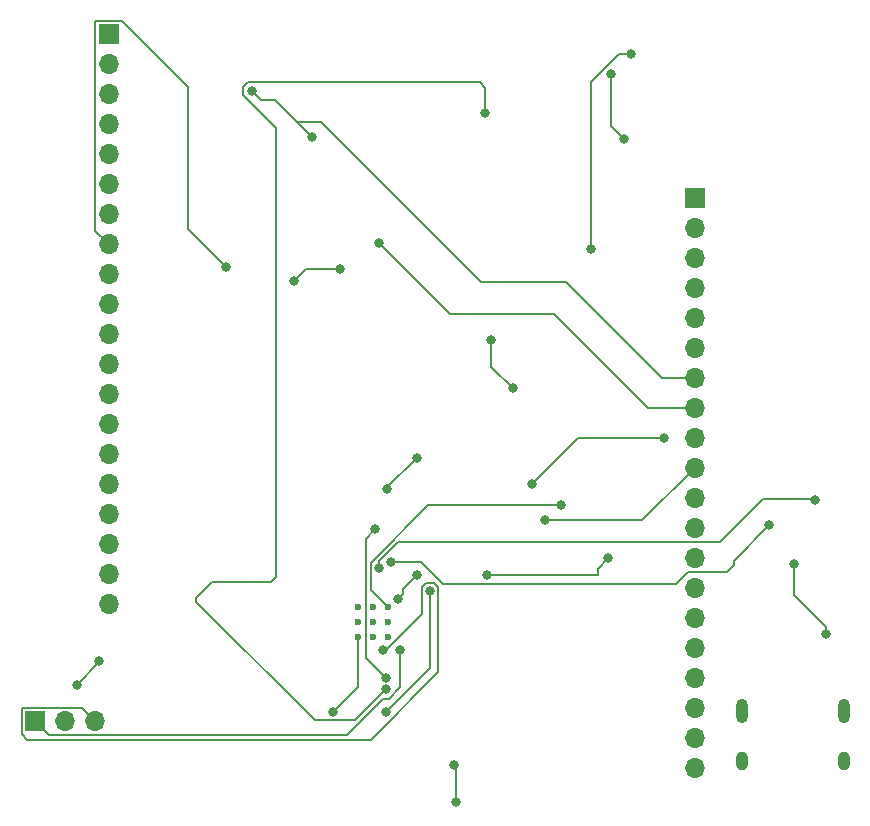
<source format=gbl>
%TF.GenerationSoftware,KiCad,Pcbnew,(5.1.12)-1*%
%TF.CreationDate,2026-01-09T19:54:51+05:30*%
%TF.ProjectId,Aniket_Board,416e696b-6574-45f4-926f-6172642e6b69,rev?*%
%TF.SameCoordinates,Original*%
%TF.FileFunction,Copper,L2,Bot*%
%TF.FilePolarity,Positive*%
%FSLAX46Y46*%
G04 Gerber Fmt 4.6, Leading zero omitted, Abs format (unit mm)*
G04 Created by KiCad (PCBNEW (5.1.12)-1) date 2026-01-09 19:54:51*
%MOMM*%
%LPD*%
G01*
G04 APERTURE LIST*
%TA.AperFunction,ComponentPad*%
%ADD10C,0.600000*%
%TD*%
%TA.AperFunction,ComponentPad*%
%ADD11R,1.700000X1.700000*%
%TD*%
%TA.AperFunction,ComponentPad*%
%ADD12O,1.700000X1.700000*%
%TD*%
%TA.AperFunction,ComponentPad*%
%ADD13O,1.000000X2.100000*%
%TD*%
%TA.AperFunction,ComponentPad*%
%ADD14O,1.000000X1.600000*%
%TD*%
%TA.AperFunction,ViaPad*%
%ADD15C,0.800000*%
%TD*%
%TA.AperFunction,Conductor*%
%ADD16C,0.200000*%
%TD*%
G04 APERTURE END LIST*
D10*
%TO.P,U1,57*%
%TO.N,GND*%
X139395000Y-114525000D03*
X140670000Y-114525000D03*
X141945000Y-114525000D03*
X139395000Y-115800000D03*
X140670000Y-115800000D03*
X141945000Y-115800000D03*
X139395000Y-117075000D03*
X140670000Y-117075000D03*
X141945000Y-117075000D03*
%TD*%
D11*
%TO.P,J4,1*%
%TO.N,/SWD*%
X112100000Y-124200000D03*
D12*
%TO.P,J4,2*%
%TO.N,GND*%
X114640000Y-124200000D03*
%TO.P,J4,3*%
%TO.N,/SWCLK*%
X117180000Y-124200000D03*
%TD*%
%TO.P,J3,20*%
%TO.N,/GPIO16*%
X167900000Y-128180000D03*
%TO.P,J3,19*%
%TO.N,/GPIO17*%
X167900000Y-125640000D03*
%TO.P,J3,18*%
%TO.N,/+5v*%
X167900000Y-123100000D03*
%TO.P,J3,17*%
%TO.N,/GPIO18*%
X167900000Y-120560000D03*
%TO.P,J3,16*%
%TO.N,/GPIO19*%
X167900000Y-118020000D03*
%TO.P,J3,15*%
%TO.N,/GPIO20*%
X167900000Y-115480000D03*
%TO.P,J3,14*%
%TO.N,/GPIO21*%
X167900000Y-112940000D03*
%TO.P,J3,13*%
%TO.N,/+5v*%
X167900000Y-110400000D03*
%TO.P,J3,12*%
%TO.N,/GPIO22*%
X167900000Y-107860000D03*
%TO.P,J3,11*%
%TO.N,/GPIO26*%
X167900000Y-105320000D03*
%TO.P,J3,10*%
%TO.N,/GPIO27*%
X167900000Y-102780000D03*
%TO.P,J3,9*%
%TO.N,/GPIO28*%
X167900000Y-100240000D03*
%TO.P,J3,8*%
%TO.N,/+5v*%
X167900000Y-97700000D03*
%TO.P,J3,7*%
%TO.N,/+3.3v*%
X167900000Y-95160000D03*
%TO.P,J3,6*%
%TO.N,/+5v*%
X167900000Y-92620000D03*
%TO.P,J3,5*%
%TO.N,/+3.3v*%
X167900000Y-90080000D03*
%TO.P,J3,4*%
%TO.N,Net-(J3-Pad4)*%
X167900000Y-87540000D03*
%TO.P,J3,3*%
%TO.N,Net-(J3-Pad3)*%
X167900000Y-85000000D03*
%TO.P,J3,2*%
%TO.N,Net-(J3-Pad2)*%
X167900000Y-82460000D03*
D11*
%TO.P,J3,1*%
%TO.N,Net-(J3-Pad1)*%
X167900000Y-79920000D03*
%TD*%
D12*
%TO.P,J2,20*%
%TO.N,/GPIO15*%
X118300000Y-114300000D03*
%TO.P,J2,19*%
%TO.N,/GPIO14*%
X118300000Y-111760000D03*
%TO.P,J2,18*%
%TO.N,GND*%
X118300000Y-109220000D03*
%TO.P,J2,17*%
%TO.N,/GPIO13*%
X118300000Y-106680000D03*
%TO.P,J2,16*%
%TO.N,/GPIO12*%
X118300000Y-104140000D03*
%TO.P,J2,15*%
%TO.N,/GPIO11*%
X118300000Y-101600000D03*
%TO.P,J2,14*%
%TO.N,/GPIO10*%
X118300000Y-99060000D03*
%TO.P,J2,13*%
%TO.N,GND*%
X118300000Y-96520000D03*
%TO.P,J2,12*%
%TO.N,/GPIO9*%
X118300000Y-93980000D03*
%TO.P,J2,11*%
%TO.N,/GPIO8*%
X118300000Y-91440000D03*
%TO.P,J2,10*%
%TO.N,/GPIO7*%
X118300000Y-88900000D03*
%TO.P,J2,9*%
%TO.N,/GPIO6*%
X118300000Y-86360000D03*
%TO.P,J2,8*%
%TO.N,GND*%
X118300000Y-83820000D03*
%TO.P,J2,7*%
%TO.N,/GPIO5*%
X118300000Y-81280000D03*
%TO.P,J2,6*%
%TO.N,/GPIO4*%
X118300000Y-78740000D03*
%TO.P,J2,5*%
%TO.N,/GPIO3*%
X118300000Y-76200000D03*
%TO.P,J2,4*%
%TO.N,/GPIO2*%
X118300000Y-73660000D03*
%TO.P,J2,3*%
%TO.N,GND*%
X118300000Y-71120000D03*
%TO.P,J2,2*%
%TO.N,/GPIO1*%
X118300000Y-68580000D03*
D11*
%TO.P,J2,1*%
%TO.N,/GPIO0*%
X118300000Y-66040000D03*
%TD*%
D13*
%TO.P,J1,S1*%
%TO.N,GND*%
X180520000Y-123370000D03*
X171880000Y-123370000D03*
D14*
X171880000Y-127550000D03*
X180520000Y-127550000D03*
%TD*%
D15*
%TO.N,GND*%
X147700000Y-131000000D03*
X147500000Y-127900000D03*
X137300000Y-123400000D03*
X128200000Y-85700000D03*
X134000000Y-86900000D03*
X137900000Y-85900000D03*
X156600000Y-105900000D03*
X115600000Y-121100000D03*
X117500000Y-119100000D03*
%TO.N,Net-(R1-Pad2)*%
X141170000Y-111200000D03*
X178100000Y-105500000D03*
%TO.N,Net-(R2-Pad2)*%
X142200000Y-110700000D03*
X174200000Y-107600000D03*
%TO.N,/+5v*%
X141200000Y-83700000D03*
%TO.N,/+3.3v*%
X135500000Y-74700000D03*
X130400000Y-70800000D03*
%TO.N,/XIN*%
X141800000Y-123400000D03*
X145500000Y-113200000D03*
X152500000Y-96000000D03*
X150700000Y-91900000D03*
%TO.N,/XOUT*%
X141770000Y-121500003D03*
X150200000Y-72700000D03*
%TO.N,Net-(C5-Pad1)*%
X141770000Y-120500000D03*
X140850000Y-107950000D03*
X162500000Y-67700000D03*
X159100000Y-84200000D03*
X144400000Y-101900000D03*
X141900000Y-104500000D03*
%TO.N,Net-(D1-Pad2)*%
X161900000Y-74900000D03*
X160800000Y-69400000D03*
%TO.N,/D-*%
X176300000Y-110900000D03*
X179000000Y-116800000D03*
%TO.N,/GPIO26*%
X150299990Y-111800000D03*
X160600000Y-110400000D03*
%TO.N,/GPIO27*%
X155200000Y-107200000D03*
%TO.N,/GPIO28*%
X144422460Y-111798374D03*
X154100000Y-104100000D03*
X165300000Y-100200000D03*
X142826833Y-113811379D03*
%TO.N,/SWCLK*%
X141553536Y-118157490D03*
%TO.N,/SWD*%
X143000000Y-118200000D03*
%TD*%
D16*
%TO.N,GND*%
X147700000Y-128100000D02*
X147500000Y-127900000D01*
X147700000Y-131000000D02*
X147700000Y-128100000D01*
X139395000Y-121305000D02*
X139395000Y-117075000D01*
X137300000Y-123400000D02*
X139395000Y-121305000D01*
X119390001Y-64889999D02*
X125000000Y-70499998D01*
X117209999Y-64889999D02*
X119390001Y-64889999D01*
X117149999Y-64949999D02*
X117209999Y-64889999D01*
X117149999Y-82669999D02*
X117149999Y-64949999D01*
X118300000Y-83820000D02*
X117149999Y-82669999D01*
X125000000Y-82500000D02*
X128200000Y-85700000D01*
X125000000Y-70499998D02*
X125000000Y-82500000D01*
X135000000Y-85900000D02*
X137200000Y-85900000D01*
X134000000Y-86900000D02*
X135000000Y-85900000D01*
X137200000Y-85900000D02*
X137900000Y-85900000D01*
X145338616Y-105900000D02*
X156600000Y-105900000D01*
X140469999Y-110768617D02*
X145338616Y-105900000D01*
X140469999Y-113049999D02*
X140469999Y-110768617D01*
X141945000Y-114525000D02*
X140469999Y-113049999D01*
X117500000Y-119200000D02*
X117500000Y-119100000D01*
X115600000Y-121100000D02*
X117500000Y-119200000D01*
%TO.N,Net-(R1-Pad2)*%
X142794314Y-109010001D02*
X170089999Y-109010001D01*
X141170000Y-110634315D02*
X142794314Y-109010001D01*
X141170000Y-111200000D02*
X141170000Y-110634315D01*
X170089999Y-109010001D02*
X173700000Y-105400000D01*
X178000000Y-105400000D02*
X178100000Y-105500000D01*
X173700000Y-105400000D02*
X178000000Y-105400000D01*
%TO.N,Net-(R2-Pad2)*%
X142200000Y-110700000D02*
X144700000Y-110700000D01*
X144700000Y-110700000D02*
X146600000Y-112600000D01*
X167349999Y-111550001D02*
X170549999Y-111550001D01*
X166300000Y-112600000D02*
X167349999Y-111550001D01*
X146600000Y-112600000D02*
X166300000Y-112600000D01*
X170649999Y-111550001D02*
X171200000Y-111000000D01*
X170549999Y-111550001D02*
X170649999Y-111550001D01*
X171200000Y-110600000D02*
X174200000Y-107600000D01*
X171200000Y-111000000D02*
X171200000Y-110600000D01*
%TO.N,/+5v*%
X167900000Y-97700000D02*
X164000000Y-97700000D01*
X164000000Y-97700000D02*
X156000000Y-89700000D01*
X147200000Y-89700000D02*
X141200000Y-83700000D01*
X156000000Y-89700000D02*
X147200000Y-89700000D01*
%TO.N,/+3.3v*%
X131200000Y-71600000D02*
X130400000Y-70800000D01*
X132400000Y-71600000D02*
X131200000Y-71600000D01*
X167900000Y-95160000D02*
X165160000Y-95160000D01*
X165160000Y-95160000D02*
X157000000Y-87000000D01*
X157000000Y-87000000D02*
X149800000Y-87000000D01*
X136250000Y-73450000D02*
X134250000Y-73450000D01*
X149800000Y-87000000D02*
X136250000Y-73450000D01*
X134250000Y-73450000D02*
X132400000Y-71600000D01*
X135500000Y-74700000D02*
X134250000Y-73450000D01*
%TO.N,/XIN*%
X145500000Y-119700000D02*
X145500000Y-113200000D01*
X141800000Y-123400000D02*
X145500000Y-119700000D01*
X150700000Y-94200000D02*
X150700000Y-91900000D01*
X152500000Y-96000000D02*
X150700000Y-94200000D01*
%TO.N,/XOUT*%
X130063999Y-70099999D02*
X149699999Y-70099999D01*
X129699999Y-70463999D02*
X130063999Y-70099999D01*
X129699999Y-71136001D02*
X129699999Y-70463999D01*
X132500010Y-73936012D02*
X129699999Y-71136001D01*
X132500010Y-111965689D02*
X132500010Y-73936012D01*
X132065691Y-112400008D02*
X132500010Y-111965689D01*
X127034293Y-112400008D02*
X132065691Y-112400008D01*
X125699990Y-113734311D02*
X127034293Y-112400008D01*
X125699990Y-114065689D02*
X125699990Y-113734311D01*
X135734302Y-124100001D02*
X125699990Y-114065689D01*
X139170002Y-124100001D02*
X135734302Y-124100001D01*
X141770000Y-121500003D02*
X139170002Y-124100001D01*
X150200000Y-70600000D02*
X150200000Y-72700000D01*
X149699999Y-70099999D02*
X150200000Y-70600000D01*
%TO.N,Net-(C5-Pad1)*%
X140069989Y-108730011D02*
X140850000Y-107950000D01*
X140069989Y-118799989D02*
X140069989Y-108730011D01*
X141770000Y-120500000D02*
X140069989Y-118799989D01*
X159100000Y-70063998D02*
X159100000Y-84200000D01*
X161463998Y-67700000D02*
X159100000Y-70063998D01*
X162500000Y-67700000D02*
X161463998Y-67700000D01*
X141900000Y-104400000D02*
X141900000Y-104500000D01*
X144400000Y-101900000D02*
X141900000Y-104400000D01*
%TO.N,Net-(D1-Pad2)*%
X160800000Y-73800000D02*
X160800000Y-69400000D01*
X161900000Y-74900000D02*
X160800000Y-73800000D01*
%TO.N,/D-*%
X176300000Y-110900000D02*
X176300000Y-113500000D01*
X179000000Y-116200000D02*
X179000000Y-116800000D01*
X176300000Y-113500000D02*
X179000000Y-116200000D01*
%TO.N,/GPIO26*%
X150299990Y-111800000D02*
X159700000Y-111800000D01*
X159700000Y-111300000D02*
X160600000Y-110400000D01*
X159700000Y-111800000D02*
X159700000Y-111300000D01*
%TO.N,/GPIO27*%
X163480000Y-107200000D02*
X167900000Y-102780000D01*
X155200000Y-107200000D02*
X163480000Y-107200000D01*
%TO.N,/GPIO28*%
X158000000Y-100200000D02*
X165300000Y-100200000D01*
X154100000Y-104100000D02*
X158000000Y-100200000D01*
X143200000Y-113438212D02*
X142826833Y-113811379D01*
X143200000Y-113020834D02*
X143200000Y-113438212D01*
X144422460Y-111798374D02*
X143200000Y-113020834D01*
%TO.N,/SWCLK*%
X116029999Y-123049999D02*
X117180000Y-124200000D01*
X111009999Y-123049999D02*
X116029999Y-123049999D01*
X110949999Y-123109999D02*
X111009999Y-123049999D01*
X110949999Y-125290001D02*
X110949999Y-123109999D01*
X111410009Y-125750011D02*
X110949999Y-125290001D01*
X140485991Y-125750011D02*
X111410009Y-125750011D01*
X146200001Y-120036001D02*
X140485991Y-125750011D01*
X146200001Y-112863999D02*
X146200001Y-120036001D01*
X145836001Y-112499999D02*
X146200001Y-112863999D01*
X145163999Y-112499999D02*
X145836001Y-112499999D01*
X144799999Y-112863999D02*
X145163999Y-112499999D01*
X144799999Y-115108003D02*
X144799999Y-112863999D01*
X141750512Y-118157490D02*
X144799999Y-115108003D01*
X141553536Y-118157490D02*
X141750512Y-118157490D01*
%TO.N,/SWD*%
X113250001Y-125350001D02*
X112100000Y-124200000D01*
X138485700Y-125350001D02*
X113250001Y-125350001D01*
X141535701Y-122300000D02*
X138485700Y-125350001D01*
X142006005Y-122300000D02*
X141535701Y-122300000D01*
X143000000Y-121306005D02*
X142006005Y-122300000D01*
X143000000Y-118200000D02*
X143000000Y-121306005D01*
%TD*%
M02*

</source>
